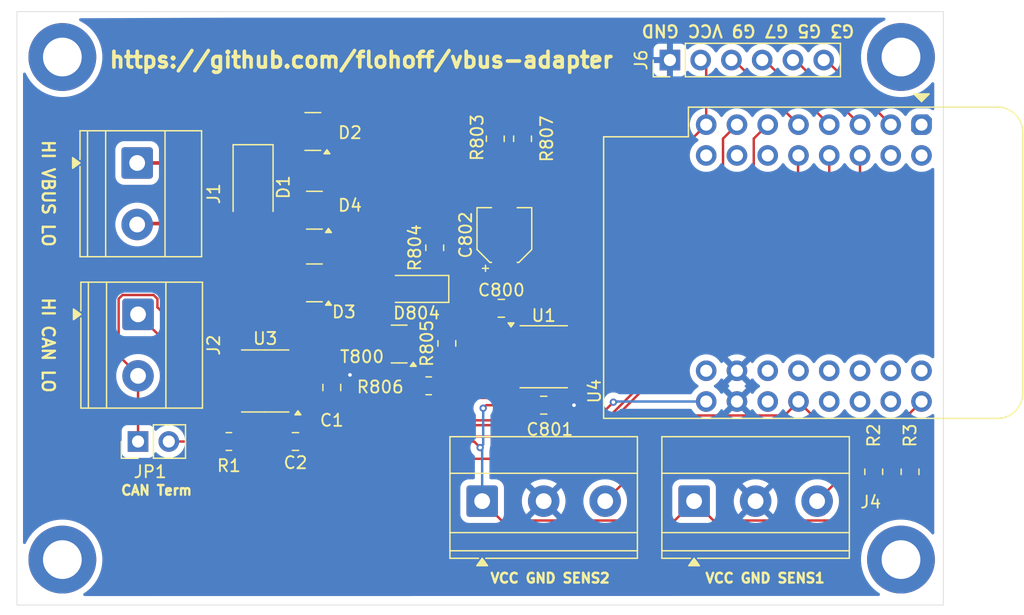
<source format=kicad_pcb>
(kicad_pcb (version 20241229) (generator "pcbnew") (generator_version "9.0")
  (layers (0 "F.Cu" signal) (2 "B.Cu" signal) (13 "F.Paste" user) (15 "B.Paste" user) (5 "F.SilkS" user "F.Silkscreen") (7 "B.SilkS" user "B.Silkscreen") (1 "F.Mask" user) (3 "B.Mask" user) (25 "Edge.Cuts" user))
  (net 0 "")
  (net 1 "VBUS-VDD")
  (net 2 "VBUS-OUT")
  (net 3 "VCC")
  (net 4 "GND")
  (net 5 "VBUS-LO")
  (net 6 "VBUS-HI")
  (net 7 "Net-(D2-K)")
  (net 9 "Net-(D4-K)")
  (net 10 "VBUS-IN")
  (net 11 "VBUS-GND")
  (net 12 "Net-(T800-G)")
  (net 13 "VBUS-MC-RX")
  (net 14 "VBUS-MC-TX")
  (net 15 "Net-(J2-Pin_1)")
  (net 16 "Net-(J2-Pin_2)")
  (net 17 "Net-(JP1-B)")
  (net 18 "CAN-SHDN")
  (net 19 "CAN-RX")
  (net 20 "CAN-TX")
  (net 21 "+5V")
  (net 22 "GPIO3")
  (net 23 "GPIO7")
  (net 28 "GPIO5")
  (net 31 "GPIO9")
  (net 42 "GPIO-SENS2")
  (net 43 "GPIO-SENS1")
  (footprint "Capacitor_SMD:C_0805_2012Metric_Pad1.18x1.45mm_HandSolder" (layer "F.Cu") (at 135 104.0375 90)
    (property "Reference" "C1" (at -2.7125 0 180) (layer "F.SilkS"))
    (property "Value" "100nF")
    (fp_line (start -0.261252 -0.735) (end 0.261252 -0.735) (stroke (width 0.12)) (layer "F.SilkS"))
    (fp_line (start -0.261252 0.735) (end 0.261252 0.735) (stroke (width 0.12)) (layer "F.SilkS"))
    (pad "1" smd roundrect (at -1.0375 0 90) (size 1.175 1.45) (layers "F.Cu" "F.Mask" "F.Paste") (roundrect_rratio 0.212766) (net 21 "+5V"))
    (pad "2" smd roundrect (at 1.0375 0 90) (size 1.175 1.45) (layers "F.Cu" "F.Mask" "F.Paste") (roundrect_rratio 0.212766) (net 4 "GND"))
  )
  (footprint "Package_TO_SOT_SMD:SOT-23" (layer "F.Cu") (at 140.5625 100.45 180)
    (property "Reference" "T800" (at 3.0625 -1.05 0) (layer "F.SilkS"))
    (property "Value" "AO3400A" (hide yes))
    (fp_line (start 0 1.56) (end 0.65 1.56) (stroke (width 0.12)) (layer "F.SilkS"))
    (fp_line (start 0 1.56) (end -0.65 1.56) (stroke (width 0.12)) (layer "F.SilkS"))
    (fp_line (start 0 -1.56) (end 0.65 -1.56) (stroke (width 0.12)) (layer "F.SilkS"))
    (fp_line (start 0 -1.56) (end -0.65 -1.56) (stroke (width 0.12)) (layer "F.SilkS"))
    (fp_poly (pts (xy -1.1625 -1.51) (xy -1.4025 -1.84) (xy -0.9225 -1.84)) (stroke (width 0.12)) (fill yes) (layer "F.SilkS"))
    (pad "1" smd roundrect (at -0.9375 -0.95 180) (size 1.475 0.6) (layers "F.Cu" "F.Mask" "F.Paste") (net 12 "Net-(T800-G)"))
    (pad "2" smd roundrect (at -0.9375 0.95 180) (size 1.475 0.6) (layers "F.Cu" "F.Mask" "F.Paste") (net 11 "VBUS-GND"))
    (pad "3" smd roundrect (at 0.9375 0 180) (size 1.475 0.6) (layers "F.Cu" "F.Mask" "F.Paste") (net 7 "Net-(D2-K)"))
  )
  (footprint "Package_SO:SOIC-8_3.9x4.9mm_P1.27mm" (layer "F.Cu") (at 152.5 101.5)
    (property "Reference" "U1" (at 0 -3.4 0) (layer "F.SilkS"))
    (property "Value" "ISO7721D")
    (fp_line (start 0 -2.56) (end -1.95 -2.56) (stroke (width 0.12)) (layer "F.SilkS"))
    (fp_line (start 0 -2.56) (end 1.95 -2.56) (stroke (width 0.12)) (layer "F.SilkS"))
    (fp_line (start 0 2.56) (end -1.95 2.56) (stroke (width 0.12)) (layer "F.SilkS"))
    (fp_line (start 0 2.56) (end 1.95 2.56) (stroke (width 0.12)) (layer "F.SilkS"))
    (fp_poly (pts (xy -2.7 -2.465) (xy -2.94 -2.795) (xy -2.46 -2.795)) (stroke (width 0.12)) (fill yes) (layer "F.SilkS"))
    (pad "1" smd roundrect (at -2.475 -1.905) (size 1.95 0.6) (layers "F.Cu" "F.Mask" "F.Paste") (net 1 "VBUS-VDD"))
    (pad "2" smd roundrect (at -2.475 -0.635) (size 1.95 0.6) (layers "F.Cu" "F.Mask" "F.Paste") (net 2 "VBUS-OUT"))
    (pad "3" smd roundrect (at -2.475 0.635) (size 1.95 0.6) (layers "F.Cu" "F.Mask" "F.Paste") (net 10 "VBUS-IN"))
    (pad "4" smd roundrect (at -2.475 1.905) (size 1.95 0.6) (layers "F.Cu" "F.Mask" "F.Paste") (net 11 "VBUS-GND"))
    (pad "5" smd roundrect (at 2.475 1.905) (size 1.95 0.6) (layers "F.Cu" "F.Mask" "F.Paste") (net 4 "GND"))
    (pad "6" smd roundrect (at 2.475 0.635) (size 1.95 0.6) (layers "F.Cu" "F.Mask" "F.Paste") (net 13 "VBUS-MC-RX"))
    (pad "7" smd roundrect (at 2.475 -0.635) (size 1.95 0.6) (layers "F.Cu" "F.Mask" "F.Paste") (net 14 "VBUS-MC-TX"))
    (pad "8" smd roundrect (at 2.475 -1.905) (size 1.95 0.6) (layers "F.Cu" "F.Mask" "F.Paste") (net 3 "VCC"))
  )
  (footprint "Resistor_SMD:R_0805_2012Metric_Pad1.20x1.40mm_HandSolder" (layer "F.Cu") (at 144.5 100.4 90)
    (property "Reference" "R805" (at 0 -1.65 90) (layer "F.SilkS"))
    (property "Value" "10k")
    (fp_line (start -0.227064 -0.735) (end 0.227064 -0.735) (stroke (width 0.12)) (layer "F.SilkS"))
    (fp_line (start -0.227064 0.735) (end 0.227064 0.735) (stroke (width 0.12)) (layer "F.SilkS"))
    (pad "1" smd roundrect (at -1 0 90) (size 1.2 1.4) (layers "F.Cu" "F.Mask" "F.Paste") (roundrect_rratio 0.208333) (net 2 "VBUS-OUT"))
    (pad "2" smd roundrect (at 1 0 90) (size 1.2 1.4) (layers "F.Cu" "F.Mask" "F.Paste") (roundrect_rratio 0.208333) (net 11 "VBUS-GND"))
  )
  (footprint "Resistor_SMD:R_0805_2012Metric_Pad1.20x1.40mm_HandSolder" (layer "F.Cu") (at 143 103.9)
    (property "Reference" "R806" (at -4 0.1 0) (layer "F.SilkS"))
    (property "Value" "100R")
    (fp_line (start -0.227064 -0.735) (end 0.227064 -0.735) (stroke (width 0.12)) (layer "F.SilkS"))
    (fp_line (start -0.227064 0.735) (end 0.227064 0.735) (stroke (width 0.12)) (layer "F.SilkS"))
    (pad "1" smd roundrect (at -1 0) (size 1.2 1.4) (layers "F.Cu" "F.Mask" "F.Paste") (roundrect_rratio 0.208333) (net 12 "Net-(T800-G)"))
    (pad "2" smd roundrect (at 1 0) (size 1.2 1.4) (layers "F.Cu" "F.Mask" "F.Paste") (roundrect_rratio 0.208333) (net 2 "VBUS-OUT"))
  )
  (footprint "Resistor_SMD:R_0805_2012Metric_Pad1.20x1.40mm_HandSolder" (layer "F.Cu") (at 148.5 83.5 -90)
    (property "Reference" "R803" (at -0.1 1.5 90) (layer "F.SilkS"))
    (property "Value" "3k")
    (fp_line (start -0.227064 0.735) (end 0.227064 0.735) (stroke (width 0.12)) (layer "F.SilkS"))
    (fp_line (start -0.227064 -0.735) (end 0.227064 -0.735) (stroke (width 0.12)) (layer "F.SilkS"))
    (pad "1" smd roundrect (at -1 0 270) (size 1.2 1.4) (layers "F.Cu" "F.Mask" "F.Paste") (roundrect_rratio 0.208333) (net 10 "VBUS-IN"))
    (pad "2" smd roundrect (at 1 0 270) (size 1.2 1.4) (layers "F.Cu" "F.Mask" "F.Paste") (roundrect_rratio 0.208333) (net 7 "Net-(D2-K)"))
  )
  (footprint "Package_TO_SOT_SMD:SOT-23" (layer "F.Cu") (at 133.5625 89.4 180)
    (property "Reference" "D4" (at -2.9375 0.4 0) (layer "F.SilkS"))
    (property "Value" "BAT54S")
    (fp_line (start 0 1.56) (end 0.65 1.56) (stroke (width 0.12)) (layer "F.SilkS"))
    (fp_line (start 0 1.56) (end -0.65 1.56) (stroke (width 0.12)) (layer "F.SilkS"))
    (fp_line (start 0 -1.56) (end 0.65 -1.56) (stroke (width 0.12)) (layer "F.SilkS"))
    (fp_line (start 0 -1.56) (end -0.65 -1.56) (stroke (width 0.12)) (layer "F.SilkS"))
    (fp_poly (pts (xy -1.1625 -1.51) (xy -1.4025 -1.84) (xy -0.9225 -1.84)) (stroke (width 0.12)) (fill yes) (layer "F.SilkS"))
    (pad "1" smd roundrect (at -0.9375 -0.95 180) (size 1.475 0.6) (layers "F.Cu" "F.Mask" "F.Paste"))
    (pad "2" smd roundrect (at -0.9375 0.95 180) (size 1.475 0.6) (layers "F.Cu" "F.Mask" "F.Paste") (net 9 "Net-(D4-K)"))
    (pad "3" smd roundrect (at 0.9375 0 180) (size 1.475 0.6) (layers "F.Cu" "F.Mask" "F.Paste") (net 7 "Net-(D2-K)"))
  )
  (footprint "Package_SO:SOIC-8_3.9x4.9mm_P1.27mm" (layer "F.Cu") (at 129.5 103.5 180)
    (property "Reference" "U3" (at 0 3.5 0) (layer "F.SilkS"))
    (property "Value" "MCP2562-E-SN")
    (fp_line (start 0 2.56) (end 1.95 2.56) (stroke (width 0.12)) (layer "F.SilkS"))
    (fp_line (start 0 2.56) (end -1.95 2.56) (stroke (width 0.12)) (layer "F.SilkS"))
    (fp_line (start 0 -2.56) (end 1.95 -2.56) (stroke (width 0.12)) (layer "F.SilkS"))
    (fp_line (start 0 -2.56) (end -1.95 -2.56) (stroke (width 0.12)) (layer "F.SilkS"))
    (fp_poly (pts (xy -2.7 -2.465) (xy -2.94 -2.795) (xy -2.46 -2.795)) (stroke (width 0.12)) (fill yes) (layer "F.SilkS"))
    (pad "1" smd roundrect (at -2.475 -1.905 180) (size 1.95 0.6) (layers "F.Cu" "F.Mask" "F.Paste") (net 20 "CAN-TX"))
    (pad "2" smd roundrect (at -2.475 -0.635 180) (size 1.95 0.6) (layers "F.Cu" "F.Mask" "F.Paste") (net 21 "+5V"))
    (pad "3" smd roundrect (at -2.475 0.635 180) (size 1.95 0.6) (layers "F.Cu" "F.Mask" "F.Paste") (net 4 "GND"))
    (pad "4" smd roundrect (at -2.475 1.905 180) (size 1.95 0.6) (layers "F.Cu" "F.Mask" "F.Paste") (net 19 "CAN-RX"))
    (pad "5" smd roundrect (at 2.475 1.905 180) (size 1.95 0.6) (layers "F.Cu" "F.Mask" "F.Paste") (net 3 "VCC"))
    (pad "6" smd roundrect (at 2.475 0.635 180) (size 1.95 0.6) (layers "F.Cu" "F.Mask" "F.Paste") (net 16 "Net-(J2-Pin_2)"))
    (pad "7" smd roundrect (at 2.475 -0.635 180) (size 1.95 0.6) (layers "F.Cu" "F.Mask" "F.Paste") (net 15 "Net-(J2-Pin_1)"))
    (pad "8" smd roundrect (at 2.475 -1.905 180) (size 1.95 0.6) (layers "F.Cu" "F.Mask" "F.Paste") (net 18 "CAN-SHDN"))
  )
  (footprint "Resistor_SMD:R_0805_2012Metric_Pad1.20x1.40mm_HandSolder" (layer "F.Cu") (at 179.75 111 90)
    (property "Reference" "R2" (at 3 0 90) (layer "F.SilkS"))
    (property "Value" "4.7k")
    (fp_line (start -0.227064 -0.735) (end 0.227064 -0.735) (stroke (width 0.12)) (layer "F.SilkS"))
    (fp_line (start -0.227064 0.735) (end 0.227064 0.735) (stroke (width 0.12)) (layer "F.SilkS"))
    (pad "1" smd roundrect (at -1 0 90) (size 1.2 1.4) (layers "F.Cu" "F.Mask" "F.Paste") (roundrect_rratio 0.208333) (net 3 "VCC"))
    (pad "2" smd roundrect (at 1 0 90) (size 1.2 1.4) (layers "F.Cu" "F.Mask" "F.Paste") (roundrect_rratio 0.208333) (net 42 "GPIO-SENS2"))
  )
  (footprint "MountingHole:MountingHole_3.2mm_M3_DIN965_Pad" (layer "F.Cu") (at 182 118.25)
    (property "Reference" "H2" (hide yes))
    (property "Value" "MountingHole")
    (pad "1" thru_hole circle (at 0 0) (size 5.6 5.6) (drill 3.2) (layers "*.Cu" "*.Mask"))
  )
  (footprint "MountingHole:MountingHole_3.2mm_M3_DIN965_Pad" (layer "F.Cu") (at 182 76.75)
    (property "Reference" "H3" (hide yes))
    (property "Value" "MountingHole")
    (pad "1" thru_hole circle (at 0 0) (size 5.6 5.6) (drill 3.2) (layers "*.Cu" "*.Mask"))
  )
  (footprint "Diode_SMD:D_SMA" (layer "F.Cu") (at 128.5 87.5 -90)
    (property "Reference" "D1" (at 0 -2.5 90) (layer "F.SilkS"))
    (property "Value" "SMAJ12CA")
    (fp_line (start -3.51 1.65) (end 2 1.65) (stroke (width 0.12)) (layer "F.SilkS"))
    (fp_line (start -3.51 -1.65) (end -3.51 1.65) (stroke (width 0.12)) (layer "F.SilkS"))
    (fp_line (start -3.51 -1.65) (end 2 -1.65) (stroke (width 0.12)) (layer "F.SilkS"))
    (pad "1" smd roundrect (at -2 0 270) (size 2.5 1.8) (layers "F.Cu" "F.Mask" "F.Paste") (roundrect_rratio 0.1388888889) (net 6 "VBUS-HI"))
    (pad "2" smd roundrect (at 2 0 270) (size 2.5 1.8) (layers "F.Cu" "F.Mask" "F.Paste") (roundrect_rratio 0.1388888889) (net 5 "VBUS-LO"))
  )
  (footprint "Resistor_SMD:R_0805_2012Metric_Pad1.20x1.40mm_HandSolder" (layer "F.Cu") (at 143.5 92.5 90)
    (property "Reference" "R804" (at 0 -1.65 90) (layer "F.SilkS"))
    (property "Value" "330R")
    (fp_line (start -0.227064 -0.735) (end 0.227064 -0.735) (stroke (width 0.12)) (layer "F.SilkS"))
    (fp_line (start -0.227064 0.735) (end 0.227064 0.735) (stroke (width 0.12)) (layer "F.SilkS"))
    (pad "1" smd roundrect (at -1 0 90) (size 1.2 1.4) (layers "F.Cu" "F.Mask" "F.Paste") (roundrect_rratio 0.208333) (net 1 "VBUS-VDD"))
    (pad "2" smd roundrect (at 1 0 90) (size 1.2 1.4) (layers "F.Cu" "F.Mask" "F.Paste") (roundrect_rratio 0.208333) (net 9 "Net-(D4-K)"))
  )
  (footprint "Resistor_SMD:R_0805_2012Metric_Pad1.20x1.40mm_HandSolder" (layer "F.Cu") (at 150.75 83.5 -90)
    (property "Reference" "R807" (at 0 -2 90) (layer "F.SilkS"))
    (property "Value" "6k8")
    (fp_line (start -0.227064 0.735) (end 0.227064 0.735) (stroke (width 0.12)) (layer "F.SilkS"))
    (fp_line (start -0.227064 -0.735) (end 0.227064 -0.735) (stroke (width 0.12)) (layer "F.SilkS"))
    (pad "1" smd roundrect (at -1 0 270) (size 1.2 1.4) (layers "F.Cu" "F.Mask" "F.Paste") (roundrect_rratio 0.208333) (net 10 "VBUS-IN"))
    (pad "2" smd roundrect (at 1 0 270) (size 1.2 1.4) (layers "F.Cu" "F.Mask" "F.Paste") (roundrect_rratio 0.208333) (net 11 "VBUS-GND"))
  )
  (footprint "Capacitor_SMD:C_0805_2012Metric_Pad1.18x1.45mm_HandSolder" (layer "F.Cu") (at 149 97.5 180)
    (property "Reference" "C800" (at 0 1.5 0) (layer "F.SilkS"))
    (property "Value" "100nF")
    (fp_line (start -0.261252 0.735) (end 0.261252 0.735) (stroke (width 0.12)) (layer "F.SilkS"))
    (fp_line (start -0.261252 -0.735) (end 0.261252 -0.735) (stroke (width 0.12)) (layer "F.SilkS"))
    (pad "1" smd roundrect (at -1.0375 0 180) (size 1.175 1.45) (layers "F.Cu" "F.Mask" "F.Paste") (roundrect_rratio 0.212766) (net 1 "VBUS-VDD"))
    (pad "2" smd roundrect (at 1.0375 0 180) (size 1.175 1.45) (layers "F.Cu" "F.Mask" "F.Paste") (roundrect_rratio 0.212766) (net 11 "VBUS-GND"))
  )
  (footprint "MountingHole:MountingHole_3.2mm_M3_DIN965_Pad" (layer "F.Cu") (at 112.75 118.25)
    (property "Reference" "H1" (hide yes))
    (property "Value" "MountingHole")
    (pad "1" thru_hole circle (at 0 0) (size 5.6 5.6) (drill 3.2) (layers "*.Cu" "*.Mask"))
  )
  (footprint "Connector_PinHeader_2.54mm:PinHeader_1x02_P2.54mm_Vertical" (layer "F.Cu") (at 119 108.5 90)
    (property "Reference" "JP1" (at -2.5 1 0) (layer "F.SilkS"))
    (property "Value" "CAN Term" (hide yes))
    (fp_line (start -1.38 -1.38) (end 0 -1.38) (stroke (width 0.12)) (layer "F.SilkS"))
    (fp_line (start -1.38 0) (end -1.38 -1.38) (stroke (width 0.12)) (layer "F.SilkS"))
    (fp_line (start 1.38 1.27) (end 1.38 3.92) (stroke (width 0.12)) (layer "F.SilkS"))
    (fp_line (start -1.38 1.27) (end 1.38 1.27) (stroke (width 0.12)) (layer "F.SilkS"))
    (fp_line (start -1.38 1.27) (end -1.38 3.92) (stroke (width 0.12)) (layer "F.SilkS"))
    (fp_line (start -1.38 3.92) (end 1.38 3.92) (stroke (width 0.12)) (layer "F.SilkS"))
    (pad "1" thru_hole rect (at 0 0 90) (size 1.7 1.7) (drill 1) (layers "*.Cu" "*.Mask") (net 16 "Net-(J2-Pin_2)"))
    (pad "2" thru_hole circle (at 0 2.54 90) (size 1.7 1.7) (drill 1) (layers "*.Cu" "*.Mask") (net 17 "Net-(JP1-B)"))
  )
  (footprint "Diode_SMD:D_MiniMELF" (layer "F.Cu") (at 142 95.9 180)
    (property "Reference" "D804" (at 0 -2 0) (layer "F.SilkS"))
    (property "Value" "ZMM5V1")
    (fp_line (start 1.75 -1.11) (end -2.66 -1.11) (stroke (width 0.12)) (layer "F.SilkS"))
    (fp_line (start -2.66 1.11) (end 1.75 1.11) (stroke (width 0.12)) (layer "F.SilkS"))
    (fp_line (start -2.66 -1.11) (end -2.66 1.11) (stroke (width 0.12)) (layer "F.SilkS"))
    (pad "1" smd roundrect (at -1.75 0 180) (size 1.3 1.7) (layers "F.Cu" "F.Mask" "F.Paste") (roundrect_rratio 0.1923076923) (net 1 "VBUS-VDD"))
    (pad "2" smd roundrect (at 1.75 0 180) (size 1.3 1.7) (layers "F.Cu" "F.Mask" "F.Paste") (roundrect_rratio 0.1923076923) (net 11 "VBUS-GND"))
  )
  (footprint "Connector_PinHeader_2.54mm:PinHeader_1x06_P2.54mm_Vertical" (layer "F.Cu") (at 162.92 77 90)
    (property "Reference" "J6" (at 0 -2.38 90) (layer "F.SilkS"))
    (property "Value" "Backup GPIO")
    (fp_line (start -1.38 -1.38) (end 0 -1.38) (stroke (width 0.12)) (layer "F.SilkS"))
    (fp_line (start -1.38 0) (end -1.38 -1.38) (stroke (width 0.12)) (layer "F.SilkS"))
    (fp_line (start 1.38 1.27) (end 1.38 14.08) (stroke (width 0.12)) (layer "F.SilkS"))
    (fp_line (start -1.38 1.27) (end 1.38 1.27) (stroke (width 0.12)) (layer "F.SilkS"))
    (fp_line (start -1.38 1.27) (end -1.38 14.08) (stroke (width 0.12)) (layer "F.SilkS"))
    (fp_line (start -1.38 14.08) (end 1.38 14.08) (stroke (width 0.12)) (layer "F.SilkS"))
    (pad "1" thru_hole rect (at 0 0 90) (size 1.7 1.7) (drill 1) (layers "*.Cu" "*.Mask") (net 4 "GND"))
    (pad "2" thru_hole circle (at 0 2.54 90) (size 1.7 1.7) (drill 1) (layers "*.Cu" "*.Mask") (net 3 "VCC"))
    (pad "3" thru_hole circle (at 0 5.08 90) (size 1.7 1.7) (drill 1) (layers "*.Cu" "*.Mask") (net 31 "GPIO9"))
    (pad "4" thru_hole circle (at 0 7.62 90) (size 1.7 1.7) (drill 1) (layers "*.Cu" "*.Mask") (net 23 "GPIO7"))
    (pad "5" thru_hole circle (at 0 10.16 90) (size 1.7 1.7) (drill 1) (layers "*.Cu" "*.Mask") (net 28 "GPIO5"))
    (pad "6" thru_hole circle (at 0 12.7 90) (size 1.7 1.7) (drill 1) (layers "*.Cu" "*.Mask") (net 22 "GPIO3"))
  )
  (footprint "Capacitor_SMD:C_0805_2012Metric_Pad1.18x1.45mm_HandSolder" (layer "F.Cu") (at 132 108.5 180)
    (property "Reference" "C2" (at 0 -1.75 0) (layer "F.SilkS"))
    (property "Value" "100nF")
    (fp_line (start -0.261252 0.735) (end 0.261252 0.735) (stroke (width 0.12)) (layer "F.SilkS"))
    (fp_line (start -0.261252 -0.735) (end 0.261252 -0.735) (stroke (width 0.12)) (layer "F.SilkS"))
    (pad "1" smd roundrect (at -1.0375 0 180) (size 1.175 1.45) (layers "F.Cu" "F.Mask" "F.Paste") (roundrect_rratio 0.212766) (net 3 "VCC"))
    (pad "2" smd roundrect (at 1.0375 0 180) (size 1.175 1.45) (layers "F.Cu" "F.Mask" "F.Paste") (roundrect_rratio 0.212766) (net 4 "GND"))
  )
  (footprint "Package_TO_SOT_SMD:SOT-23" (layer "F.Cu") (at 133.4375 82.9 180)
    (property "Reference" "D2" (at -3.0625 -0.1 0) (layer "F.SilkS"))
    (property "Value" "BAT54S")
    (fp_line (start 0 1.56) (end 0.65 1.56) (stroke (width 0.12)) (layer "F.SilkS"))
    (fp_line (start 0 1.56) (end -0.65 1.56) (stroke (width 0.12)) (layer "F.SilkS"))
    (fp_line (start 0 -1.56) (end 0.65 -1.56) (stroke (width 0.12)) (layer "F.SilkS"))
    (fp_line (start 0 -1.56) (end -0.65 -1.56) (stroke (width 0.12)) (layer "F.SilkS"))
    (fp_poly (pts (xy -1.1625 -1.51) (xy -1.4025 -1.84) (xy -0.9225 -1.84)) (stroke (width 0.12)) (fill yes) (layer "F.SilkS"))
    (pad "1" smd roundrect (at -0.9375 -0.95 180) (size 1.475 0.6) (layers "F.Cu" "F.Mask" "F.Paste") (net 11 "VBUS-GND"))
    (pad "2" smd roundrect (at -0.9375 0.95 180) (size 1.475 0.6) (layers "F.Cu" "F.Mask" "F.Paste") (net 7 "Net-(D2-K)"))
    (pad "3" smd roundrect (at 0.9375 0 180) (size 1.475 0.6) (layers "F.Cu" "F.Mask" "F.Paste") (net 6 "VBUS-HI"))
  )
  (footprint "Capacitor_SMD:C_0805_2012Metric_Pad1.18x1.45mm_HandSolder" (layer "F.Cu") (at 152.5 105.5)
    (property "Reference" "C801" (at 0.5 2 0) (layer "F.SilkS"))
    (property "Value" "100nF")
    (fp_line (start -0.261252 -0.735) (end 0.261252 -0.735) (stroke (width 0.12)) (layer "F.SilkS"))
    (fp_line (start -0.261252 0.735) (end 0.261252 0.735) (stroke (width 0.12)) (layer "F.SilkS"))
    (pad "1" smd roundrect (at -1.0375 0) (size 1.175 1.45) (layers "F.Cu" "F.Mask" "F.Paste") (roundrect_rratio 0.212766) (net 3 "VCC"))
    (pad "2" smd roundrect (at 1.0375 0) (size 1.175 1.45) (layers "F.Cu" "F.Mask" "F.Paste") (roundrect_rratio 0.212766) (net 4 "GND"))
  )
  (footprint "TerminalBlock_Phoenix:TerminalBlock_Phoenix_MKDS-1,5-3-5.08_1x03_P5.08mm_Horizontal" (layer "F.Cu") (at 147.415 113.4225)
    (property "Reference" "J3" (hide yes))
    (property "Value" "Screw_Terminal_01x03" (hide yes))
    (fp_line (start -2.66 -5.32) (end -2.66 4.72) (stroke (width 0.12)) (layer "F.SilkS"))
    (fp_line (start -2.66 -5.32) (end 12.82 -5.32) (stroke (width 0.12)) (layer "F.SilkS"))
    (fp_line (start -2.66 -2.3) (end 12.82 -2.3) (stroke (width 0.12)) (layer "F.SilkS"))
    (fp_line (start -2.66 2.6) (end 12.82 2.6) (stroke (width 0.12)) (layer "F.SilkS"))
    (fp_line (start -2.66 4.1) (end 12.82 4.1) (stroke (width 0.12)) (layer "F.SilkS"))
    (fp_line (start -2.66 4.72) (end -0.3 4.72) (stroke (width 0.12)) (layer "F.SilkS"))
    (fp_line (start 0.3 4.72) (end 12.82 4.72) (stroke (width 0.12)) (layer "F.SilkS"))
    (fp_line (start 12.82 -5.32) (end 12.82 4.72) (stroke (width 0.12)) (layer "F.SilkS"))
    (fp_poly (pts (xy 0 4.72) (xy 0.44 5.33) (xy -0.44 5.33)) (stroke (width 0.12)) (fill yes) (layer "F.SilkS"))
    (pad "1" thru_hole roundrect (at 0 0) (size 2.6 2.6) (drill 1.3) (layers "*.Cu" "*.Mask") (roundrect_rratio 0.096154) (net 3 "VCC"))
    (pad "2" thru_hole circle (at 5.08 0) (size 2.6 2.6) (drill 1.3) (layers "*.Cu" "*.Mask") (net 4 "GND"))
    (pad "3" thru_hole circle (at 10.16 0) (size 2.6 2.6) (drill 1.3) (layers "*.Cu" "*.Mask") (net 42 "GPIO-SENS2"))
  )
  (footprint "TerminalBlock_Phoenix:TerminalBlock_Phoenix_MKDS-1,5-2-5.08_1x02_P5.08mm_Horizontal" (layer "F.Cu") (at 119 98 -90)
    (property "Reference" "J2" (at 2.54 -6.25 270) (layer "F.SilkS"))
    (property "Value" "CAN" (hide yes))
    (fp_line (start -2.66 4.72) (end -0.3 4.72) (stroke (width 0.12)) (layer "F.SilkS"))
    (fp_line (start 0.3 4.72) (end 7.74 4.72) (stroke (width 0.12)) (layer "F.SilkS"))
    (fp_line (start -2.66 4.1) (end 7.74 4.1) (stroke (width 0.12)) (layer "F.SilkS"))
    (fp_line (start -2.66 2.6) (end 7.74 2.6) (stroke (width 0.12)) (layer "F.SilkS"))
    (fp_line (start -2.66 -2.3) (end 7.74 -2.3) (stroke (width 0.12)) (layer "F.SilkS"))
    (fp_line (start -2.66 -5.32) (end -2.66 4.72) (stroke (width 0.12)) (layer "F.SilkS"))
    (fp_line (start -2.66 -5.32) (end 7.74 -5.32) (stroke (width 0.12)) (layer "F.SilkS"))
    (fp_line (start 7.74 -5.32) (end 7.74 4.72) (stroke (width 0.12)) (layer "F.SilkS"))
    (fp_poly (pts (xy 0 4.72) (xy 0.44 5.33) (xy -0.44 5.33)) (stroke (width 0.12)) (fill yes) (layer "F.SilkS"))
    (pad "1" thru_hole roundrect (at 0 0 270) (size 2.6 2.6) (drill 1.3) (layers "*.Cu" "*.Mask") (roundrect_rratio 0.096154) (net 15 "Net-(J2-Pin_1)"))
    (pad "2" thru_hole circle (at 5.08 0 270) (size 2.6 2.6) (drill 1.3) (layers "*.Cu" "*.Mask") (net 16 "Net-(J2-Pin_2)"))
  )
  (footprint "Package_TO_SOT_SMD:SOT-23" (layer "F.Cu") (at 133.5625 95.4 180)
    (property "Reference" "D3" (at -2.4375 -2.4 0) (layer "F.SilkS"))
    (property "Value" "BAT54S")
    (fp_line (start 0 1.56) (end 0.65 1.56) (stroke (width 0.12)) (layer "F.SilkS"))
    (fp_line (start 0 1.56) (end -0.65 1.56) (stroke (width 0.12)) (layer "F.SilkS"))
    (fp_line (start 0 -1.56) (end 0.65 -1.56) (stroke (width 0.12)) (layer "F.SilkS"))
    (fp_line (start 0 -1.56) (end -0.65 -1.56) (stroke (width 0.12)) (layer "F.SilkS"))
    (fp_poly (pts (xy -1.1625 -1.51) (xy -1.4025 -1.84) (xy -0.9225 -1.84)) (stroke (width 0.12)) (fill yes) (layer "F.SilkS"))
    (pad "1" smd roundrect (at -0.9375 -0.95 180) (size 1.475 0.6) (layers "F.Cu" "F.Mask" "F.Paste") (net 11 "VBUS-GND"))
    (pad "2" smd roundrect (at -0.9375 0.95 180) (size 1.475 0.6) (layers "F.Cu" "F.Mask" "F.Paste") (net 7 "Net-(D2-K)"))
    (pad "3" smd roundrect (at 0.9375 0 180) (size 1.475 0.6) (layers "F.Cu" "F.Mask" "F.Paste") (net 5 "VBUS-LO"))
  )
  (footprint "flo:WEMOS_S2_mini" (layer "F.Cu") (at 183.695 82.3375 -90)
    (property "Reference" "U4" (at 22 27 90) (layer "F.SilkS"))
    (property "Value" "WeMos_S2_mini")
    (fp_line (start 1 26.25) (end 24.25 26.25) (stroke (width 0.12)) (layer "F.SilkS"))
    (fp_line (start 24.25 26.25) (end 24.25 -6.3) (stroke (width 0.12)) (layer "F.SilkS"))
    (fp_line (start -1.45 19.25) (end 1 19.25) (stroke (width 0.12)) (layer "F.SilkS"))
    (fp_line (start -1.45 19.25) (end -1.45 -6.3) (stroke (width 0.12)) (layer "F.SilkS"))
    (fp_line (start 1 19.25) (end 1 26.25) (stroke (width 0.12)) (layer "F.SilkS"))
    (fp_line (start 22.2 -8.35) (end 0.6 -8.35) (stroke (width 0.12)) (layer "F.SilkS"))
    (fp_arc (start -1.45 -6.3) (mid -0.849569 -7.749569) (end 0.6 -8.35) (stroke (width 0.12)) (layer "F.SilkS"))
    (fp_arc (start 22.2 -8.35) (mid 23.649569 -7.749569) (end 24.25 -6.3) (stroke (width 0.12)) (layer "F.SilkS"))
    (fp_poly (pts (xy -2.54 -0.635) (xy -2.54 0.635) (xy -1.905 0)) (stroke (width 0.12)) (fill yes) (layer "F.SilkS"))
    (pad "1" thru_hole roundrect (at 0 0 270) (size 1.7 1.7) (drill 1) (layers "*.Cu" "*.Mask") (roundrect_rratio 0.35) (chamfer_ratio 0.2) (chamfer top_left bottom_right))
    (pad "2" thru_hole circle (at 0 2.54 270) (size 1.7 1.7) (drill 1) (layers "*.Cu" "*.Mask") (net 22 "GPIO3"))
    (pad "3" thru_hole circle (at 0 5.08 270) (size 1.7 1.7) (drill 1) (layers "*.Cu" "*.Mask") (net 28 "GPIO5"))
    (pad "4" thru_hole circle (at 0 7.62 270) (size 1.7 1.7) (drill 1) (layers "*.Cu" "*.Mask") (net 23 "GPIO7"))
    (pad "5" thru_hole circle (at 0 10.16 270) (size 1.7 1.7) (drill 1) (layers "*.Cu" "*.Mask") (net 31 "GPIO9"))
    (pad "6" thru_hole circle (at 0 12.7 270) (size 1.7 1.7) (drill 1) (layers "*.Cu" "*.Mask") (net 13 "VBUS-MC-RX"))
    (pad "7" thru_hole circle (at 0 15.24 270) (size 1.7 1.7) (drill 1) (layers "*.Cu" "*.Mask") (net 14 "VBUS-MC-TX"))
    (pad "8" thru_hole circle (at 0 17.78 270) (size 1.7 1.7) (drill 1) (layers "*.Cu" "*.Mask") (net 3 "VCC"))
    (pad "9" thru_hole circle (at 22.86 17.78 270) (size 1.7 1.7) (drill 1) (layers "*.Cu" "*.Mask") (net 21 "+5V"))
    (pad "10" thru_hole circle (at 22.86 15.24 270) (size 1.7 1.7) (drill 1) (layers "*.Cu" "*.Mask") (net 4 "GND"))
    (pad "11" thru_hole circle (at 22.86 12.7 270) (size 1.7 1.7) (drill 1) (layers "*.Cu" "*.Mask"))
    (pad "12" thru_hole circle (at 22.86 10.16 270) (size 1.7 1.7) (drill 1) (layers "*.Cu" "*.Mask") (net 42 "GPIO-SENS2"))
    (pad "13" thru_hole circle (at 22.86 7.62 270) (size 1.7 1.7) (drill 1) (layers "*.Cu" "*.Mask"))
    (pad "14" thru_hole circle (at 22.86 5.08 270) (size 1.7 1.7) (drill 1) (layers "*.Cu" "*.Mask"))
    (pad "15" thru_hole circle (at 22.86 2.54 270) (size 1.7 1.7) (drill 1) (layers "*.Cu" "*.Mask"))
    (pad "16" thru_hole circle (at 22.86 0 270) (size 1.7 1.7) (drill 1) (layers "*.Cu" "*.Mask") (net 43 "GPIO-SENS1"))
    (pad "17" thru_hole circle (at 2.54 0 270) (size 1.7 1.7) (drill 1) (layers "*.Cu" "*.Mask"))
    (pad "18" thru_hole circle (at 2.54 2.54 270) (size 1.7 1.7) (drill 1) (layers "*.Cu" "*.Mask"))
    (pad "19" thru_hole circle (at 2.54 5.08 270) (size 1.7 1.7) (drill 1) (layers "*.Cu" "*.Mask") (net 18 "CAN-SHDN"))
    (pad "20" thru_hole circle (at 2.54 7.62 270) (size 1.7 1.7) (drill 1) (layers "*.Cu" "*.Mask") (net 20 "CAN-TX"))
    (pad "21" thru_hole circle (at 2.54 10.16 270) (size 1.7 1.7) (drill 1) (layers "*.Cu" "*.Mask") (net 19 "CAN-RX"))
    (pad "22" thru_hole circle (at 2.54 12.7 270) (size 1.7 1.7) (drill 1) (layers "*.Cu" "*.Mask"))
    (pad "23" thru_hole circle (at 2.54 15.24 270) (size 1.7 1.7) (drill 1) (layers "*.Cu" "*.Mask"))
    (pad "24" thru_hole circle (at 2.54 17.78 270) (size 1.7 1.7) (drill 1) (layers "*.Cu" "*.Mask"))
    (pad "25" thru_hole circle (at 20.32 17.78 270) (size 1.7 1.7) (drill 1) (layers "*.Cu" "*.Mask"))
    (pad "26" thru_hole circle (at 20.32 15.24 270) (size 1.7 1.7) (drill 1) (layers "*.Cu" "*.Mask") (net 4 "GND"))
    (pad "27" thru_hole circle (at 20.32 12.7 270) (size 1.7 1.7) (drill 1) (layers "*.Cu" "*.Mask"))
    (pad "28" thru_hole circle (at 20.32 10.16 270) (size 1.7 1.7) (drill 1) (layers "*.Cu" "*.Mask"))
    (pad "29" thru_hole circle (at 20.32 7.62 270) (size 1.7 1.7) (drill 1) (layers "*.Cu" "*.Mask"))
    (pad "30" thru_hole circle (at 20.32 5.08 270) (size 1.7 1.7) (drill 1) (layers "*.Cu" "*.Mask"))
    (pad "31" thru_hole circle (at 20.32 2.54 270) (size 1.7 1.7) (drill 1) (layers "*.Cu" "*.Mask"))
    (pad "32" thru_hole circle (at 20.32 0 270) (size 1.7 1.7) (drill 1) (layers "*.Cu" "*.Mask"))
  )
  (footprint "TerminalBlock_Phoenix:TerminalBlock_Phoenix_MKDS-1,5-3-5.08_1x03_P5.08mm_Horizontal" (layer "F.Cu") (at 164.915 113.4225)
    (property "Reference" "J4" (at 14.585 0.0775 0) (layer "F.SilkS"))
    (property "Value" "Screw_Terminal_01x03" (hide yes))
    (fp_line (start -2.66 -5.32) (end -2.66 4.72) (stroke (width 0.12)) (layer "F.SilkS"))
    (fp_line (start -2.66 -5.32) (end 12.82 -5.32) (stroke (width 0.12)) (layer "F.SilkS"))
    (fp_line (start -2.66 -2.3) (end 12.82 -2.3) (stroke (width 0.12)) (layer "F.SilkS"))
    (fp_line (start -2.66 2.6) (end 12.82 2.6) (stroke (width 0.12)) (layer "F.SilkS"))
    (fp_line (start -2.66 4.1) (end 12.82 4.1) (stroke (width 0.12)) (layer "F.SilkS"))
    (fp_line (start -2.66 4.72) (end -0.3 4.72) (stroke (width 0.12)) (layer "F.SilkS"))
    (fp_line (start 0.3 4.72) (end 12.82 4.72) (stroke (width 0.12)) (layer "F.SilkS"))
    (fp_line (start 12.82 -5.32) (end 12.82 4.72) (stroke (width 0.12)) (layer "F.SilkS"))
    (fp_poly (pts (xy 0 4.72) (xy 0.44 5.33) (xy -0.44 5.33)) (stroke (width 0.12)) (fill yes) (layer "F.SilkS"))
    (pad "1" thru_hole roundrect (at 0 0) (size 2.6 2.6) (drill 1.3) (layers "*.Cu" "*.Mask") (roundrect_rratio 0.096154) (net 3 "VCC"))
    (pad "2" thru_hole circle (at 5.08 0) (size 2.6 2.6) (drill 1.3) (layers "*.Cu" "*.Mask") (net 4 "GND"))
    (pad "3" thru_hole circle (at 10.16 0) (size 2.6 2.6) (drill 1.3) (layers "*.Cu" "*.Mask") (net 43 "GPIO-SENS1"))
  )
  (footprint "MountingHole:MountingHole_3.2mm_M3_DIN965_Pad" (layer "F.Cu") (at 112.75 76.75)
    (property "Reference" "H4" (hide yes))
    (property "Value" "MountingHole")
    (pad "1" thru_hole circle (at 0 0) (size 5.6 5.6) (drill 3.2) (layers "*.Cu" "*.Mask"))
  )
  (footprint "TerminalBlock_Phoenix:TerminalBlock_Phoenix_MKDS-1,5-2-5.08_1x02_P5.08mm_Horizontal" (layer "F.Cu") (at 118.9275 85.5 -90)
    (property "Reference" "J1" (at 2.54 -6.3225 90) (layer "F.SilkS"))
    (property "Value" "VBUS" (hide yes))
    (fp_line (start -2.66 4.72) (end -0.3 4.72) (stroke (width 0.12)) (layer "F.SilkS"))
    (fp_line (start 0.3 4.72) (end 7.74 4.72) (stroke (width 0.12)) (layer "F.SilkS"))
    (fp_line (start -2.66 4.1) (end 7.74 4.1) (stroke (width 0.12)) (layer "F.SilkS"))
    (fp_line (start -2.66 2.6) (end 7.74 2.6) (stroke (width 0.12)) (layer "F.SilkS"))
    (fp_line (start -2.66 -2.3) (end 7.74 -2.3) (stroke (width 0.12)) (layer "F.SilkS"))
    (fp_line (start -2.66 -5.32) (end -2.66 4.72) (stroke (width 0.12)) (layer "F.SilkS"))
    (fp_line (start -2.66 -5.32) (end 7.74 -5.32) (stroke (width 0.12)) (layer "F.SilkS"))
    (fp_line (start 7.74 -5.32) (end 7.74 4.72) (stroke (width 0.12)) (layer "F.SilkS"))
    (fp_poly (pts (xy 0 4.72) (xy 0.44 5.33) (xy -0.44 5.33)) (stroke (width 0.12)) (fill yes) (layer "F.SilkS"))
    (pad "1" thru_hole roundrect (at 0 0 270) (size 2.6 2.6) (drill 1.3) (layers "*.Cu" "*.Mask") (roundrect_rratio 0.096154) (net 6 "VBUS-HI"))
    (pad "2" thru_hole circle (at 5.08 0 270) (size 2.6 2.6) (drill 1.3) (layers "*.Cu" "*.Mask") (net 5 "VBUS-LO"))
  )
  (footprint "Resistor_SMD:R_0805_2012Metric_Pad1.20x1.40mm_HandSolder" (layer "F.Cu") (at 126.5 108.5)
    (property "Reference" "R1" (at 0 2 0) (layer "F.SilkS"))
    (property "Value" "120R")
    (fp_line (start -0.227064 -0.735) (end 0.227064 -0.735) (stroke (width 0.12)) (layer "F.SilkS"))
    (fp_line (start -0.227064 0.735) (end 0.227064 0.735) (stroke (width 0.12)) (layer "F.SilkS"))
    (pad "1" smd roundrect (at -1 0) (size 1.2 1.4) (layers "F.Cu" "F.Mask" "F.Paste") (roundrect_rratio 0.208333) (net 17 "Net-(JP1-B)"))
    (pad "2" smd roundrect (at 1 0) (size 1.2 1.4) (layers "F.Cu" "F.Mask" "F.Paste") (roundrect_rratio 0.208333) (net 15 "Net-(J2-Pin_1)"))
  )
  (footprint "Resistor_SMD:R_0805_2012Metric_Pad1.20x1.40mm_HandSolder" (layer "F.Cu") (at 182.75 111 90)
    (property "Reference" "R3" (at 3 0 90) (layer "F.SilkS"))
    (property "Value" "4.7k")
    (fp_line (start -0.227064 -0.735) (end 0.227064 -0.735) (stroke (width 0.12)) (layer "F.SilkS"))
    (fp_line (start -0.227064 0.735) (end 0.227064 0.735) (stroke (width 0.12)) (layer "F.SilkS"))
    (pad "1" smd roundrect (at -1 0 90) (size 1.2 1.4) (layers "F.Cu" "F.Mask" "F.Paste") (roundrect_rratio 0.208333) (net 3 "VCC"))
    (pad "2" smd roundrect (at 1 0 90) (size 1.2 1.4) (layers "F.Cu" "F.Mask" "F.Paste") (roundrect_rratio 0.208333) (net 43 "GPIO-SENS1"))
  )
  (footprint "Capacitor_SMD:CP_Elec_4x3.9" (layer "F.Cu") (at 149.25 91.45 90)
    (property "Reference" "C802" (at 0 -3.2 90) (layer "F.SilkS"))
    (property "Value" "470uF")
    (fp_line (start 2.26 -2.26) (end 2.26 -1.06) (stroke (width 0.12)) (layer "F.SilkS"))
    (fp_line (start -1.195563 -2.26) (end 2.26 -2.26) (stroke (width 0.12)) (layer "F.SilkS"))
    (fp_line (start -2.75 -1.81) (end -2.75 -1.31) (stroke (width 0.12)) (layer "F.SilkS"))
    (fp_line (start -3 -1.56) (end -2.5 -1.56) (stroke (width 0.12)) (layer "F.SilkS"))
    (fp_line (start -2.26 -1.195563) (end -1.195563 -2.26) (stroke (width 0.12)) (layer "F.SilkS"))
    (fp_line (start -2.26 -1.195563) (end -2.26 -1.06) (stroke (width 0.12)) (layer "F.SilkS"))
    (fp_line (start -2.26 1.195563) (end -2.26 1.06) (stroke (width 0.12)) (layer "F.SilkS"))
    (fp_line (start -2.26 1.195563) (end -1.195563 2.26) (stroke (width 0.12)) (layer "F.SilkS"))
    (fp_line (start 2.26 2.26) (end 2.26 1.06) (stroke (width 0.12)) (layer "F.SilkS"))
    (fp_line (start -1.195563 2.26) (end 2.26 2.26) (stroke (width 0.12)) (layer "F.SilkS"))
    (pad "1" smd roundrect (at -1.8 0 90) (size 2.6 1.6) (layers "F.Cu" "F.Mask" "F.Paste") (roundrect_rratio 0.15625) (net 1 "VBUS-VDD"))
    (pad "2" smd roundrect (at 1.8 0 90) (size 2.6 1.6) (layers "F.Cu" "F.Mask" "F.Paste") (roundrect_rratio 0.15625) (net 11 "VBUS-GND"))
  )
  (gr_rect (start 109 73) (end 185.5 122) (stroke (width 0.05)) (fill no) (layer "Edge.Cuts"))
  (gr_text "HI CAN LO\n" (at 111 96.5 270) (layer "F.SilkS") (effects (font (size 1 1) (thickness 0.2) (bold yes)) (justify left bottom)))
  (gr_text "https://github.com/flohoff/vbus-adapter\n" (at 116.5 77.75 0) (layer "F.SilkS") (effects (font (size 1.3 1.3) (thickness 0.3) (bold yes)) (justify left bottom)))
  (gr_text "G3 G5 G7 G9 VCC GND" (at 178.25 74 180) (layer "F.SilkS") (effects (font (size 1 1) (thickness 0.1875)) (justify left bottom)))
  (gr_text "HI VBUS LO\n" (at 111 83.5 270) (layer "F.SilkS") (effects (font (size 1 1) (thickness 0.2) (bold yes)) (justify left bottom)))
  (gr_text "VCC GND SENS2\n" (at 148 120.25 0) (layer "F.SilkS") (effects (font (size 0.8 0.8) (thickness 0.2) (bold yes)) (justify left bottom)))
  (gr_text "VCC GND SENS1\n" (at 165.75 120.25 0) (layer "F.SilkS") (effects (font (size 0.8 0.8) (thickness 0.2) (bold yes)) (justify left bottom)))
  (gr_text "CAN Term\n" (at 117.5 113 0) (layer "F.SilkS") (effects (font (size 0.8 0.8) (thickness 0.2) (bold yes)) (justify left bottom)))
  (segment (start 150.025 99.595) (end 150.025 97.5125) (width 0.2) (layer "F.Cu") (net 1))
  (segment (start 149.25 93.25) (end 149.25 96.7125) (width 0.2) (layer "F.Cu") (net 1))
  (segment (start 149.25 93.25) (end 143.75 93.25) (width 0.2) (layer "F.Cu") (net 1))
  (segment (start 143.75 93.75) (end 143.5 93.5) (width 0.2) (layer "F.Cu") (net 1))
  (segment (start 143.75 93.25) (end 143.5 93.5) (width 0.2) (layer "F.Cu") (net 1))
  (segment (start 143.75 95.9) (end 143.75 93.75) (width 0.2) (layer "F.Cu") (net 1))
  (segment (start 149.25 96.7125) (end 150.0375 97.5) (width 0.2) (layer "F.Cu") (net 1))
  (segment (start 143.85 96) (end 143.75 95.9) (width 0.2) (layer "F.Cu") (net 1))
  (segment (start 150.025 97.5125) (end 150.0375 97.5) (width 0.2) (layer "F.Cu") (net 1))
  (segment (start 144.5 101.4) (end 144.5 103.4) (width 0.2) (layer "F.Cu") (net 2))
  (segment (start 144.495 103.405) (end 144 103.9) (width 0.3) (layer "F.Cu") (net 2))
  (segment (start 144.5 103.4) (end 144 103.9) (width 0.2) (layer "F.Cu") (net 2))
  (segment (start 145.035 100.865) (end 144.5 101.4) (width 0.2) (layer "F.Cu") (net 2))
  (segment (start 150.025 100.865) (end 145.035 100.865) (width 0.2) (layer "F.Cu") (net 2))
  (segment (start 127.999999 101.595) (end 130.074 103.669001) (width 0.2) (layer "F.Cu") (net 3))
  (segment (start 154.975 93.2775) (end 154.975 99.595) (width 0.2) (layer "F.Cu") (net 3))
  (segment (start 166.516 115.0235) (end 164.915 113.4225) (width 0.2) (layer "F.Cu") (net 3))
  (segment (start 165.915 77.455) (end 165.46 77) (width 0.2) (layer "F.Cu") (net 3))
  (segment (start 130.38984 109.526) (end 132.0115 109.526) (width 0.2) (layer "F.Cu") (net 3))
  (segment (start 154.000001 99.595) (end 151.4625 102.132501) (width 0.2) (layer "F.Cu") (net 3))
  (segment (start 154.975 99.595) (end 154.000001 99.595) (width 0.2) (layer "F.Cu") (net 3))
  (segment (start 163.314 115.0235) (end 149.016 115.0235) (width 0.2) (layer "F.Cu") (net 3))
  (segment (start 127.025 101.595) (end 127.999999 101.595) (width 0.2) (layer "F.Cu") (net 3))
  (segment (start 165.915 82.3375) (end 154.975 93.2775) (width 0.2) (layer "F.Cu") (net 3))
  (segment (start 151.4625 102.132501) (end 151.4625 105.5) (width 0.2) (layer "F.Cu") (net 3))
  (segment (start 179.75 112) (end 176.7265 115.0235) (width 0.2) (layer "F.Cu") (net 3))
  (segment (start 130.074 103.669001) (end 130.074 109.21016) (width 0.2) (layer "F.Cu") (net 3))
  (segment (start 149.016 115.0235) (end 147.415 113.4225) (width 0.2) (layer "F.Cu") (net 3))
  (segment (start 164.915 113.4225) (end 163.314 115.0235) (width 0.2) (layer "F.Cu") (net 3))
  (segment (start 146.75 108.5) (end 147.25 109) (width 0.2) (layer "F.Cu") (net 3))
  (segment (start 132.0115 109.526) (end 133.0375 108.5) (width 0.2) (layer "F.Cu") (net 3))
  (segment (start 151.4625 105.5) (end 147.75 105.5) (width 0.2) (layer "F.Cu") (net 3))
  (segment (start 176.7265 115.0235) (end 166.516 115.0235) (width 0.2) (layer "F.Cu") (net 3))
  (segment (start 165.915 82.3375) (end 165.915 77.455) (width 0.2) (layer "F.Cu") (net 3))
  (segment (start 147.75 105.5) (end 147.5 105.75) (width 0.2) (layer "F.Cu") (net 3))
  (segment (start 133.0375 108.5) (end 146.75 108.5) (width 0.2) (layer "F.Cu") (net 3))
  (segment (start 182.75 112) (end 179.75 112) (width 0.2) (layer "F.Cu") (net 3))
  (segment (start 130.074 109.21016) (end 130.38984 109.526) (width 0.2) (layer "F.Cu") (net 3))
  (via (at 147.25 109) (size 0.6) (drill 0.3) (layers "F.Cu" "B.Cu") (net 3))
  (via (at 147.5 105.75) (size 0.6) (drill 0.3) (layers "F.Cu" "B.Cu") (net 3))
  (segment (start 147.5 108.75) (end 147.25 109) (width 0.2) (layer "B.Cu") (net 3))
  (segment (start 147.415 109.165) (end 147.25 109) (width 0.2) (layer "B.Cu") (net 3))
  (segment (start 147.5 105.75) (end 147.5 108.75) (width 0.2) (layer "B.Cu") (net 3))
  (segment (start 147.415 113.4225) (end 147.415 109.165) (width 0.2) (layer "B.Cu") (net 3))
  (segment (start 131.975 102.865) (end 134.865 102.865) (width 0.2) (layer "F.Cu") (net 4))
  (segment (start 131.000001 102.865) (end 130.699 103.166001) (width 0.2) (layer "F.Cu") (net 4))
  (segment (start 135 103) (end 136.5 103) (width 0.2) (layer "F.Cu") (net 4))
  (segment (start 134.865 102.865) (end 135 103) (width 0.2) (layer "F.Cu") (net 4))
  (segment (start 153.5375 104.8425) (end 153.5375 105.5) (width 0.2) (layer "F.Cu") (net 4))
  (segment (start 130.699 103.166001) (end 130.699 108.2365) (width 0.2) (layer "F.Cu") (net 4))
  (segment (start 154.975 103.405) (end 153.5375 104.8425) (width 0.2) (layer "F.Cu") (net 4))
  (segment (start 153.5375 105.5) (end 155 105.5) (width 0.2) (layer "F.Cu") (net 4))
  (segment (start 131.975 102.865) (end 131.000001 102.865) (width 0.2) (layer "F.Cu") (net 4))
  (segment (start 130.699 108.2365) (end 130.9625 108.5) (width 0.2) (layer "F.Cu") (net 4))
  (via (at 136.5 103) (size 0.6) (drill 0.3) (layers "F.Cu" "B.Cu") (net 4))
  (via (at 155 105.5) (size 0.6) (drill 0.3) (layers "F.Cu" "B.Cu") (net 4))
  (segment (start 118.9275 90.5) (end 127.5 90.5) (width 0.3) (layer "F.Cu") (net 5))
  (segment (start 127.5 90.5) (end 128.5 89.5) (width 0.3) (layer "F.Cu") (net 5))
  (segment (start 128.5 91.275) (end 132.625 95.4) (width 0.2) (layer "F.Cu") (net 5))
  (segment (start 128.5 89.5) (end 128.5 91.275) (width 0.2) (layer "F.Cu") (net 5))
  (segment (start 118.9275 85.5) (end 128.5 85.5) (width 0.3) (layer "F.Cu") (net 6))
  (segment (start 128.5 85.5) (end 129.9 85.5) (width 0.3) (layer "F.Cu") (net 6))
  (segment (start 129.9 85.5) (end 132.5 82.9) (width 0.3) (layer "F.Cu") (net 6))
  (segment (start 134.375 81.95) (end 134.375 82.470532) (width 0.2) (layer "F.Cu") (net 7))
  (segment (start 132.625 89.4) (end 132.625 92.575) (width 0.2) (layer "F.Cu") (net 7))
  (segment (start 148.5 84.5) (end 145.95 81.95) (width 0.2) (layer "F.Cu") (net 7))
  (segment (start 145.95 81.95) (end 134.375 81.95) (width 0.2) (layer "F.Cu") (net 7))
  (segment (start 134.5 94.904468) (end 134.5 94.45) (width 0.2) (layer "F.Cu") (net 7))
  (segment (start 134.375 82.470532) (end 132.625 84.220532) (width 0.2) (layer "F.Cu") (net 7))
  (segment (start 133 96.404468) (end 134.5 94.904468) (width 0.2) (layer "F.Cu") (net 7))
  (segment (start 139.625 100.45) (end 136.05 100.45) (width 0.2) (layer "F.Cu") (net 7))
  (segment (start 136.05 100.45) (end 133 97.4) (width 0.2) (layer "F.Cu") (net 7))
  (segment (start 132.625 92.575) (end 134.5 94.45) (width 0.2) (layer "F.Cu") (net 7))
  (segment (start 133 97.4) (end 133 96.404468) (width 0.2) (layer "F.Cu") (net 7))
  (segment (start 132.625 84.220532) (end 132.625 89.4) (width 0.2) (layer "F.Cu") (net 7))
  (segment (start 137.55 91.5) (end 143.5 91.5) (width 0.2) (layer "F.Cu") (net 9))
  (segment (start 134.5 88.45) (end 137.55 91.5) (width 0.2) (layer "F.Cu") (net 9))
  (segment (start 150.75 82.5) (end 151 82.5) (width 0.2) (layer "F.Cu") (net 10))
  (segment (start 150.371968 102.135) (end 152.5 100.006968) (width 0.2) (layer "F.Cu") (net 10))
  (segment (start 152.5 100.006968) (end 152.5 84) (width 0.2) (layer "F.Cu") (net 10))
  (segment (start 150.025 102.135) (end 150.371968 102.135) (width 0.2) (layer "F.Cu") (net 10))
  (segment (start 150.75 82.5) (end 148.5 82.5) (width 0.2) (layer "F.Cu") (net 10))
  (segment (start 151 82.5) (end 152.5 84) (width 0.2) (layer "F.Cu") (net 10))
  (segment (start 140.25 95.05) (end 140.25 95.9) (width 0.2) (layer "F.Cu") (net 11))
  (segment (start 143.099 101.099) (end 143.099 104.58516) (width 0.2) (layer "F.Cu") (net 11))
  (segment (start 146 99.5) (end 146 98.25) (width 0.2) (layer "F.Cu") (net 11))
  (segment (start 143.45 83.85) (end 134.375 83.85) (width 0.2) (layer "F.Cu") (net 11))
  (segment (start 144.6 99.5) (end 144.5 99.4) (width 0.2) (layer "F.Cu") (net 11))
  (segment (start 143.099 104.58516) (end 143.41484 104.901) (width 0.2) (layer "F.Cu") (net 11))
  (segment (start 149.25 89.65) (end 146.301 92.599) (width 0.2) (layer "F.Cu") (net 11))
  (segment (start 142.701 92.599) (end 140.25 95.05) (width 0.2) (layer "F.Cu") (net 11))
  (segment (start 146 99.5) (end 144.6 99.5) (width 0.2) (layer "F.Cu") (net 11))
  (segment (start 150.75 88.15) (end 150.75 84.5) (width 0.2) (layer "F.Cu") (net 11))
  (segment (start 146.75 97.5) (end 147.9625 97.5) (width 0.2) (layer "F.Cu") (net 11))
  (segment (start 141.5 99.5) (end 144.4 99.5) (width 0.2) (layer "F.Cu") (net 11))
  (segment (start 149.25 89.65) (end 150.75 88.15) (width 0.2) (layer "F.Cu") (net 11))
  (segment (start 148.529 104.901) (end 150.025 103.405) (width 0.2) (layer "F.Cu") (net 11))
  (segment (start 149.25 89.65) (end 143.45 83.85) (width 0.2) (layer "F.Cu") (net 11))
  (segment (start 134.5 96.35) (end 139.8 96.35) (width 0.2) (layer "F.Cu") (net 11))
  (segment (start 139.8 96.35) (end 140.25 95.9) (width 0.2) (layer "F.Cu") (net 11))
  (segment (start 146 98.25) (end 146.75 97.5) (width 0.2) (layer "F.Cu") (net 11))
  (segment (start 141.5 99.5) (end 143.099 101.099) (width 0.2) (layer "F.Cu") (net 11))
  (segment (start 140.25 95.9) (end 140.25 98.25) (width 0.2) (layer "F.Cu") (net 11))
  (segment (start 143.41484 104.901) (end 148.529 104.901) (width 0.2) (layer "F.Cu") (net 11))
  (segment (start 146.301 92.599) (end 142.701 92.599) (width 0.2) (layer "F.Cu") (net 11))
  (segment (start 140.25 98.25) (end 141.5 99.5) (width 0.2) (layer "F.Cu") (net 11))
  (segment (start 144.4 99.5) (end 144.5 99.4) (width 0.2) (layer "F.Cu") (net 11))
  (segment (start 142 102.4) (end 142 103.9) (width 0.3) (layer "F.Cu") (net 12))
  (segment (start 141.5 101.4) (end 141.5 101.9) (width 0.3) (layer "F.Cu") (net 12))
  (segment (start 141.5 101.9) (end 142 102.4) (width 0.3) (layer "F.Cu") (net 12))
  (segment (start 155.949999 102.135) (end 169.844 88.240999) (width 0.2) (layer "F.Cu") (net 13))
  (segment (start 169.844 88.240999) (end 169.844 83.4885) (width 0.2) (layer "F.Cu") (net 13))
  (segment (start 169.844 83.4885) (end 170.995 82.3375) (width 0.2) (layer "F.Cu") (net 13))
  (segment (start 154.975 102.135) (end 155.949999 102.135) (width 0.2) (layer "F.Cu") (net 13))
  (segment (start 167.304 89.446) (end 167.304 83.4885) (width 0.2) (layer "F.Cu") (net 14))
  (segment (start 155.885 100.865) (end 167.304 89.446) (width 0.2) (layer "F.Cu") (net 14))
  (segment (start 154.975 100.865) (end 156.045 100.865) (width 0.2) (layer "F.Cu") (net 14))
  (segment (start 154.975 100.865) (end 155.885 100.865) (width 0.2) (layer "F.Cu") (net 14))
  (segment (start 167.304 83.4885) (end 168.455 82.3375) (width 0.2) (layer "F.Cu") (net 14))
  (segment (start 125.749 106.749) (end 127.5 108.5) (width 0.2) (layer "F.Cu") (net 15))
  (segment (start 119 98) (end 125.135 104.135) (width 0.2) (layer "F.Cu") (net 15))
  (segment (start 125.135 104.135) (end 127.025 104.135) (width 0.2) (layer "F.Cu") (net 15))
  (segment (start 126.050001 104.135) (end 125.749 104.436001) (width 0.2) (layer "F.Cu") (net 15))
  (segment (start 125.749 104.436001) (end 125.749 106.749) (width 0.2) (layer "F.Cu") (net 15))
  (segment (start 127.025 104.135) (end 126.050001 104.135) (width 0.2) (layer "F.Cu") (net 15))
  (segment (start 119 103) (end 119 108.5) (width 0.2) (layer "F.Cu") (net 16))
  (segment (start 117.71484 96.399) (end 117.399 96.71484) (width 0.2) (layer "F.Cu") (net 16))
  (segment (start 126.050001 102.865) (end 120.601 97.415999) (width 0.2) (layer "F.Cu") (net 16))
  (segment (start 117.399 96.71484) (end 117.399 101.399) (width 0.2) (layer "F.Cu") (net 16))
  (segment (start 120.28516 96.399) (end 117.71484 96.399) (width 0.2) (layer "F.Cu") (net 16))
  (segment (start 120.601 97.415999) (end 120.601 96.71484) (width 0.2) (layer "F.Cu") (net 16))
  (segment (start 120.601 96.71484) (end 120.28516 96.399) (width 0.2) (layer "F.Cu") (net 16))
  (segment (start 127.025 102.865) (end 126.050001 102.865) (width 0.2) (layer "F.Cu") (net 16))
  (segment (start 117.399 101.399) (end 119 103) (width 0.2) (layer "F.Cu") (net 16))
  (segment (start 121.54 108.5) (end 125.5 108.5) (width 0.2) (layer "F.Cu") (net 17))
  (segment (start 128.401 108.10426) (end 130.22374 109.927) (width 0.2) (layer "F.Cu") (net 18))
  (segment (start 127.025 105.405) (end 128.401 106.781) (width 0.2) (layer "F.Cu") (net 18))
  (segment (start 178.615 86.302043) (end 178.615 84.8775) (width 0.2) (layer "F.Cu") (net 18))
  (segment (start 130.22374 109.927) (end 154.990043 109.927) (width 0.2) (layer "F.Cu") (net 18))
  (segment (start 128.401 106.781) (end 128.401 108.10426) (width 0.2) (layer "F.Cu") (net 18))
  (segment (start 154.990043 109.927) (end 178.615 86.302043) (width 0.2) (layer "F.Cu") (net 18))
  (segment (start 138.10884 101.595) (end 143.26384 106.75) (width 0.2) (layer "F.Cu") (net 19))
  (segment (start 131.975 101.595) (end 138.10884 101.595) (width 0.2) (layer "F.Cu") (net 19))
  (segment (start 173.5 88.5) (end 173.5 84.9125) (width 0.2) (layer "F.Cu") (net 19))
  (segment (start 143.26384 106.75) (end 155.25 106.75) (width 0.2) (layer "F.Cu") (net 19))
  (segment (start 155.25 106.75) (end 173.5 88.5) (width 0.2) (layer "F.Cu") (net 19))
  (segment (start 173.5 84.9125) (end 173.535 84.8775) (width 0.2) (layer "F.Cu") (net 19))
  (segment (start 156.250943 108.099) (end 176.075 88.274943) (width 0.2) (layer "F.Cu") (net 20))
  (segment (start 134.669 108.099) (end 156.250943 108.099) (width 0.2) (layer "F.Cu") (net 20))
  (segment (start 131.975 105.405) (end 134.669 108.099) (width 0.2) (layer "F.Cu") (net 20))
  (segment (start 176.075 88.274943) (end 176.075 84.8775) (width 0.2) (layer "F.Cu") (net 20))
  (segment (start 131.975 104.135) (end 134.06 104.135) (width 0.2) (layer "F.Cu") (net 21))
  (segment (start 135 105.075) (end 137.076 107.151) (width 0.2) (layer "F.Cu") (net 21))
  (segment (start 156.349 107.151) (end 158.25 105.25) (width 0.2) (layer "F.Cu") (net 21))
  (segment (start 137.076 107.151) (end 156.349 107.151) (width 0.2) (layer "F.Cu") (net 21))
  (segment (start 134.06 104.135) (end 135 105.075) (width 0.2) (layer "F.Cu") (net 21))
  (via (at 158.25 105.25) (size 0.6) (drill 0.3) (layers "F.Cu" "B.Cu") (net 21))
  (segment (start 158.5 105.25) (end 158.5525 105.1975) (width 0.2) (layer "B.Cu") (net 21))
  (segment (start 158.5525 105.1975) (end 165.915 105.1975) (width 0.2) (layer "B.Cu") (net 21))
  (segment (start 158.25 105.25) (end 158.5 105.25) (width 0.2) (layer "B.Cu") (net 21))
  (segment (start 175.8175 77) (end 175.62 77) (width 0.2) (layer "F.Cu") (net 22))
  (segment (start 181.155 82.3375) (end 175.8175 77) (width 0.2) (layer "F.Cu") (net 22))
  (segment (start 176.075 82.3375) (end 170.7375 77) (width 0.2) (layer "F.Cu") (net 23))
  (segment (start 170.7375 77) (end 170.54 77) (width 0.2) (layer "F.Cu") (net 23))
  (segment (start 173.2775 77) (end 173.08 77) (width 0.2) (layer "F.Cu") (net 28))
  (segment (start 178.615 82.3375) (end 173.2775 77) (width 0.2) (layer "F.Cu") (net 28))
  (segment (start 168.1975 77) (end 168 77) (width 0.2) (layer "F.Cu") (net 31))
  (segment (start 173.535 82.3375) (end 168.1975 77) (width 0.2) (layer "F.Cu") (net 31))
  (segment (start 172.384 106.3485) (end 164.649 106.3485) (width 0.2) (layer "F.Cu") (net 42))
  (segment (start 164.649 106.3485) (end 157.575 113.4225) (width 0.2) (layer "F.Cu") (net 42))
  (segment (start 173.535 105.1975) (end 172.384 106.3485) (width 0.2) (layer "F.Cu") (net 42))
  (segment (start 173.535 105.1975) (end 178.3375 110) (width 0.2) (layer "F.Cu") (net 42))
  (segment (start 178.3375 110) (end 179.75 110) (width 0.2) (layer "F.Cu") (net 42))
  (segment (start 181.849 110.901) (end 182.75 110) (width 0.2) (layer "F.Cu") (net 43))
  (segment (start 182.75 106.1425) (end 182.75 110) (width 0.2) (layer "F.Cu") (net 43))
  (segment (start 177.5965 110.901) (end 181.849 110.901) (width 0.2) (layer "F.Cu") (net 43))
  (segment (start 183.695 105.1975) (end 182.75 106.1425) (width 0.2) (layer "F.Cu") (net 43))
  (segment (start 175.075 113.4225) (end 177.5965 110.901) (width 0.2) (layer "F.Cu") (net 43))
  (zone (net 4) (net_name "GND") (layer "B.Cu") (connect_pads (clearance 0.5)) (min_thickness 0.25) (fill yes (thermal_gap 0.5) (thermal_bridge_width 0.5))
    (polygon (pts (xy 109.5 73.562446) (xy 109.5 121.261755) (xy 184.75 121.252115) (xy 184.75 73.293743)))
  )
)
</source>
